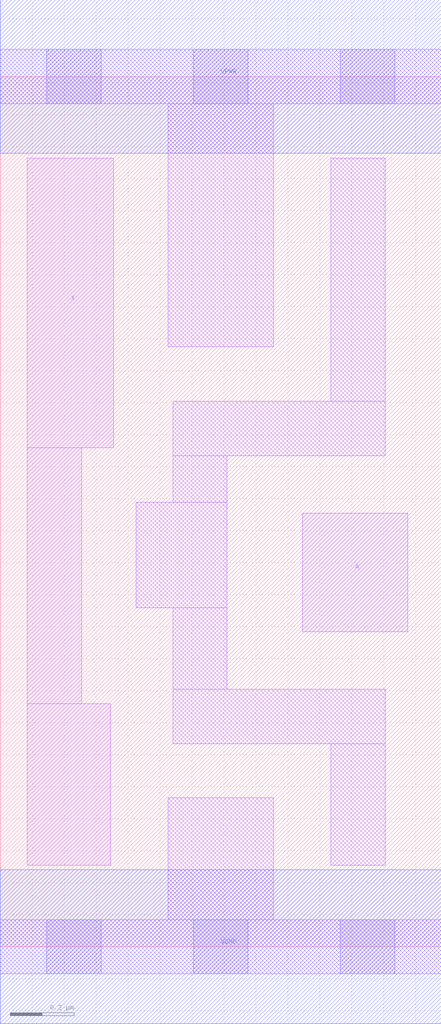
<source format=lef>
# Copyright 2020 The SkyWater PDK Authors
#
# Licensed under the Apache License, Version 2.0 (the "License");
# you may not use this file except in compliance with the License.
# You may obtain a copy of the License at
#
#     https://www.apache.org/licenses/LICENSE-2.0
#
# Unless required by applicable law or agreed to in writing, software
# distributed under the License is distributed on an "AS IS" BASIS,
# WITHOUT WARRANTIES OR CONDITIONS OF ANY KIND, either express or implied.
# See the License for the specific language governing permissions and
# limitations under the License.
#
# SPDX-License-Identifier: Apache-2.0

VERSION 5.7 ;
  NOWIREEXTENSIONATPIN ON ;
  DIVIDERCHAR "/" ;
  BUSBITCHARS "[]" ;
UNITS
  DATABASE MICRONS 200 ;
END UNITS
MACRO sky130_fd_sc_hd__clkbuf_1
  CLASS CORE ;
  FOREIGN sky130_fd_sc_hd__clkbuf_1 ;
  ORIGIN  0.000000  0.000000 ;
  SIZE  1.380000 BY  2.720000 ;
  SYMMETRY X Y R90 ;
  SITE unithd ;
  PIN A
    ANTENNAGATEAREA  0.196500 ;
    DIRECTION INPUT ;
    USE SIGNAL ;
    PORT
      LAYER li1 ;
        RECT 0.945000 0.985000 1.275000 1.355000 ;
    END
  END A
  PIN X
    ANTENNADIFFAREA  0.340600 ;
    DIRECTION OUTPUT ;
    USE SIGNAL ;
    PORT
      LAYER li1 ;
        RECT 0.085000 0.255000 0.345000 0.760000 ;
        RECT 0.085000 0.760000 0.255000 1.560000 ;
        RECT 0.085000 1.560000 0.355000 2.465000 ;
    END
  END X
  PIN VGND
    DIRECTION INOUT ;
    SHAPE ABUTMENT ;
    USE GROUND ;
    PORT
      LAYER met1 ;
        RECT 0.000000 -0.240000 1.380000 0.240000 ;
    END
  END VGND
  PIN VPWR
    DIRECTION INOUT ;
    SHAPE ABUTMENT ;
    USE POWER ;
    PORT
      LAYER met1 ;
        RECT 0.000000 2.480000 1.380000 2.960000 ;
    END
  END VPWR
  OBS
    LAYER li1 ;
      RECT 0.000000 -0.085000 1.380000 0.085000 ;
      RECT 0.000000  2.635000 1.380000 2.805000 ;
      RECT 0.425000  1.060000 0.710000 1.390000 ;
      RECT 0.525000  0.085000 0.855000 0.465000 ;
      RECT 0.525000  1.875000 0.855000 2.635000 ;
      RECT 0.540000  0.635000 1.205000 0.805000 ;
      RECT 0.540000  0.805000 0.710000 1.060000 ;
      RECT 0.540000  1.390000 0.710000 1.535000 ;
      RECT 0.540000  1.535000 1.205000 1.705000 ;
      RECT 1.035000  0.255000 1.205000 0.635000 ;
      RECT 1.035000  1.705000 1.205000 2.465000 ;
    LAYER mcon ;
      RECT 0.145000 -0.085000 0.315000 0.085000 ;
      RECT 0.145000  2.635000 0.315000 2.805000 ;
      RECT 0.605000 -0.085000 0.775000 0.085000 ;
      RECT 0.605000  2.635000 0.775000 2.805000 ;
      RECT 1.065000 -0.085000 1.235000 0.085000 ;
      RECT 1.065000  2.635000 1.235000 2.805000 ;
  END
END sky130_fd_sc_hd__clkbuf_1
END LIBRARY

</source>
